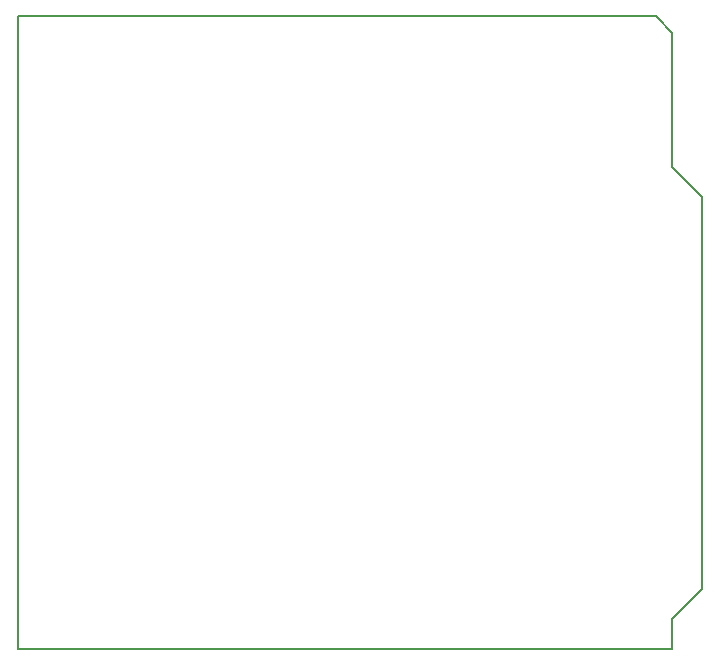
<source format=gm1>
%TF.GenerationSoftware,KiCad,Pcbnew,4.0.6-e0-6349~53~ubuntu16.04.1*%
%TF.CreationDate,2017-06-06T11:27:21+01:00*%
%TF.ProjectId,RN2483shield,524E32343833736869656C642E6B6963,rev?*%
%TF.FileFunction,Profile,NP*%
%FSLAX46Y46*%
G04 Gerber Fmt 4.6, Leading zero omitted, Abs format (unit mm)*
G04 Created by KiCad (PCBNEW 4.0.6-e0-6349~53~ubuntu16.04.1) date Tue Jun  6 11:27:21 2017*
%MOMM*%
%LPD*%
G01*
G04 APERTURE LIST*
%ADD10C,0.100000*%
%ADD11C,0.150000*%
G04 APERTURE END LIST*
D10*
D11*
X213300000Y-51500000D02*
X159300000Y-51500000D01*
X213400000Y-51600000D02*
X213300000Y-51500000D01*
X214700000Y-52900000D02*
X213400000Y-51600000D01*
X214700000Y-64300000D02*
X214700000Y-52900000D01*
X217200000Y-66800000D02*
X214700000Y-64300000D01*
X217200000Y-100000000D02*
X217200000Y-66800000D01*
X214700000Y-102500000D02*
X217200000Y-100000000D01*
X214700000Y-105100000D02*
X214700000Y-102500000D01*
X159300000Y-105100000D02*
X214700000Y-105100000D01*
X159300000Y-51500000D02*
X159300000Y-105100000D01*
M02*

</source>
